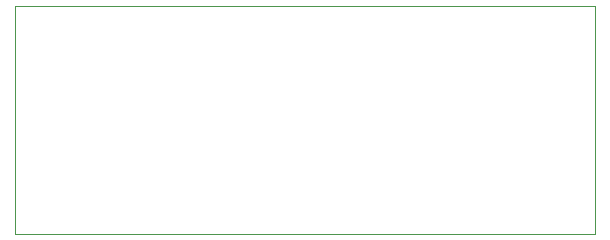
<source format=gbr>
G04 (created by PCBNEW (2013-07-07 BZR 4022)-stable) date 8/25/2014 9:50:12 PM*
%MOIN*%
G04 Gerber Fmt 3.4, Leading zero omitted, Abs format*
%FSLAX34Y34*%
G01*
G70*
G90*
G04 APERTURE LIST*
%ADD10C,0.00590551*%
%ADD11C,0.00393701*%
G04 APERTURE END LIST*
G54D10*
G54D11*
X75314Y-23425D02*
X75275Y-23425D01*
X75275Y-31023D02*
X75275Y-23425D01*
X94606Y-31023D02*
X75275Y-31023D01*
X94606Y-23425D02*
X94606Y-31023D01*
X75314Y-23425D02*
X94606Y-23425D01*
M02*

</source>
